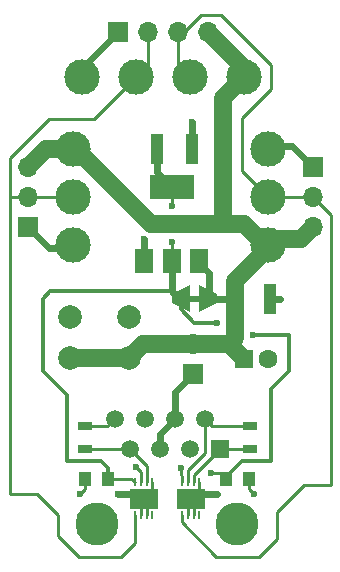
<source format=gbr>
G04 #@! TF.FileFunction,Copper,L1,Top,Signal*
%FSLAX46Y46*%
G04 Gerber Fmt 4.6, Leading zero omitted, Abs format (unit mm)*
G04 Created by KiCad (PCBNEW 4.0.6-e0-6349~53~ubuntu16.04.1) date Tue Apr 25 15:56:05 2017*
%MOMM*%
%LPD*%
G01*
G04 APERTURE LIST*
%ADD10C,0.100000*%
%ADD11C,3.000000*%
%ADD12R,1.600000X1.600000*%
%ADD13C,1.600000*%
%ADD14R,1.000000X2.500000*%
%ADD15R,1.000000X1.250000*%
%ADD16R,1.700000X1.700000*%
%ADD17O,1.700000X1.700000*%
%ADD18C,3.650000*%
%ADD19R,1.500000X1.500000*%
%ADD20C,1.500000*%
%ADD21R,1.524000X0.508000*%
%ADD22R,1.300000X0.700000*%
%ADD23R,3.800000X2.000000*%
%ADD24R,1.500000X2.000000*%
%ADD25R,0.250000X0.700000*%
%ADD26R,1.190000X0.830000*%
%ADD27C,2.000000*%
%ADD28C,0.600000*%
%ADD29C,1.500000*%
%ADD30C,0.600000*%
%ADD31C,0.250000*%
%ADD32C,0.300000*%
G04 APERTURE END LIST*
D10*
D11*
X162306000Y-72644000D03*
X166878000Y-72644000D03*
X171450000Y-72644000D03*
X176022000Y-72644000D03*
X161544000Y-86868000D03*
X161544000Y-82804000D03*
X161544000Y-78740000D03*
X178054000Y-78740000D03*
X178054000Y-82804000D03*
X178054000Y-86868000D03*
D12*
X176054000Y-96520000D03*
D13*
X178054000Y-96520000D03*
D14*
X175284000Y-91440000D03*
X178284000Y-91440000D03*
X168680000Y-78740000D03*
X171680000Y-78740000D03*
D15*
X176514000Y-106680000D03*
X174514000Y-106680000D03*
X162560000Y-106680000D03*
X164560000Y-106680000D03*
D16*
X181864000Y-80264000D03*
D17*
X181864000Y-82804000D03*
X181864000Y-85344000D03*
D16*
X165354000Y-68834000D03*
D17*
X167894000Y-68834000D03*
X170434000Y-68834000D03*
X172974000Y-68834000D03*
D16*
X157734000Y-85344000D03*
D17*
X157734000Y-82804000D03*
X157734000Y-80264000D03*
D18*
X163610000Y-110490000D03*
X175480000Y-110490000D03*
D19*
X173990000Y-104140000D03*
D20*
X172720000Y-101600000D03*
X171450000Y-104140000D03*
X170180000Y-101600000D03*
X168910000Y-104140000D03*
X167640000Y-101600000D03*
X166370000Y-104140000D03*
X165100000Y-101600000D03*
D16*
X171704000Y-97790000D03*
D17*
X171704000Y-95250000D03*
D10*
G36*
X171450000Y-90297000D02*
X171450000Y-92583000D01*
X169926000Y-91821000D01*
X169926000Y-91059000D01*
X171450000Y-90297000D01*
X171450000Y-90297000D01*
G37*
G36*
X172212000Y-92583000D02*
X172212000Y-90297000D01*
X173736000Y-91059000D01*
X173736000Y-91821000D01*
X172212000Y-92583000D01*
X172212000Y-92583000D01*
G37*
D21*
X171831000Y-91440000D03*
D22*
X176530000Y-102240000D03*
X176530000Y-104140000D03*
X162560000Y-102240000D03*
X162560000Y-104140000D03*
D23*
X169926000Y-81940000D03*
D24*
X169926000Y-88240000D03*
X172226000Y-88240000D03*
X167626000Y-88240000D03*
D25*
X170787000Y-109765000D03*
X171287000Y-109765000D03*
X171787000Y-109765000D03*
X172287000Y-109765000D03*
X172287000Y-106965000D03*
X171787000Y-106965000D03*
X171287000Y-106965000D03*
X170787000Y-106965000D03*
D26*
X172132000Y-107950000D03*
X170942000Y-107950000D03*
X172132000Y-108780000D03*
X170942000Y-108780000D03*
D25*
X166803000Y-109765000D03*
X167303000Y-109765000D03*
X167803000Y-109765000D03*
X168303000Y-109765000D03*
X168303000Y-106965000D03*
X167803000Y-106965000D03*
X167303000Y-106965000D03*
X166803000Y-106965000D03*
D26*
X168148000Y-107950000D03*
X166958000Y-107950000D03*
X168148000Y-108780000D03*
X166958000Y-108780000D03*
D27*
X161290000Y-96464000D03*
X161290000Y-92964000D03*
X166290000Y-96464000D03*
X166290000Y-92964000D03*
D28*
X179070000Y-91440000D03*
X171680000Y-76430000D03*
X167626000Y-86374000D03*
X176909000Y-107950000D03*
X162165000Y-107950000D03*
X165354000Y-107950000D03*
X173736000Y-107950000D03*
X169926000Y-86614000D03*
X169926000Y-83566000D03*
X173736000Y-93472000D03*
X176784000Y-94488000D03*
X173228000Y-106172000D03*
X170682406Y-105735596D03*
X166878000Y-105664000D03*
D29*
X178054000Y-86360000D02*
X180848000Y-86360000D01*
X180848000Y-86360000D02*
X181864000Y-85344000D01*
X168148000Y-85090000D02*
X173990000Y-85090000D01*
X173990000Y-85090000D02*
X176022000Y-85090000D01*
X176022000Y-72644000D02*
X174272001Y-74393999D01*
X174272001Y-74393999D02*
X174272001Y-84807999D01*
X174272001Y-84807999D02*
X173990000Y-85090000D01*
X176022000Y-85090000D02*
X178054000Y-87122000D01*
X161544000Y-78486000D02*
X168148000Y-85090000D01*
X159258000Y-78740000D02*
X161290000Y-78740000D01*
X161290000Y-78740000D02*
X161544000Y-78486000D01*
X157734000Y-80264000D02*
X159258000Y-78740000D01*
X176022000Y-72644000D02*
X176022000Y-71882000D01*
X176022000Y-71882000D02*
X172974000Y-68834000D01*
X175284000Y-91440000D02*
X175284000Y-89892000D01*
X175284000Y-89892000D02*
X178054000Y-87122000D01*
X175284000Y-91440000D02*
X175284000Y-94750000D01*
X175284000Y-94750000D02*
X174784000Y-95250000D01*
X171704000Y-95250000D02*
X174784000Y-95250000D01*
X174784000Y-95250000D02*
X176054000Y-96520000D01*
X166290000Y-96464000D02*
X167504000Y-95250000D01*
X167504000Y-95250000D02*
X171704000Y-95250000D01*
X161290000Y-96464000D02*
X166290000Y-96464000D01*
D30*
X172226000Y-88240000D02*
X172226000Y-88406000D01*
X173093001Y-89273001D02*
X173093001Y-91440000D01*
X172226000Y-88406000D02*
X173093001Y-89273001D01*
X173093001Y-91440000D02*
X175284000Y-91440000D01*
X178284000Y-91440000D02*
X179070000Y-91440000D01*
X171680000Y-78740000D02*
X171680000Y-76430000D01*
X167626000Y-88240000D02*
X167626000Y-86374000D01*
D31*
X176514000Y-106680000D02*
X176514000Y-107555000D01*
X176514000Y-107555000D02*
X176909000Y-107950000D01*
X162560000Y-106680000D02*
X162560000Y-107555000D01*
X162560000Y-107555000D02*
X162165000Y-107950000D01*
X166958000Y-108780000D02*
X168148000Y-108780000D01*
X167303000Y-109765000D02*
X167303000Y-109125000D01*
X167303000Y-109125000D02*
X166958000Y-108780000D01*
X167803000Y-109765000D02*
X167803000Y-109125000D01*
X167803000Y-109125000D02*
X168148000Y-108780000D01*
D30*
X166958000Y-107950000D02*
X165354000Y-107950000D01*
X172132000Y-107950000D02*
X173736000Y-107950000D01*
D31*
X172132000Y-108780000D02*
X170942000Y-108780000D01*
X172132000Y-108780000D02*
X172132000Y-107950000D01*
X170942000Y-107950000D02*
X170942000Y-108780000D01*
X171787000Y-109765000D02*
X171787000Y-109125000D01*
X171787000Y-109125000D02*
X172132000Y-108780000D01*
X170942000Y-108780000D02*
X171287000Y-109125000D01*
X171287000Y-109125000D02*
X171287000Y-109765000D01*
X172132000Y-107950000D02*
X172287000Y-107795000D01*
X172287000Y-107795000D02*
X172287000Y-106965000D01*
X168148000Y-107950000D02*
X168303000Y-107795000D01*
X168303000Y-107795000D02*
X168303000Y-106965000D01*
X168148000Y-107950000D02*
X168148000Y-108780000D01*
X166958000Y-107950000D02*
X166958000Y-108780000D01*
D30*
X162306000Y-72644000D02*
X162306000Y-71882000D01*
X162306000Y-71882000D02*
X165354000Y-68834000D01*
X161544000Y-87122000D02*
X159512000Y-87122000D01*
X159512000Y-87122000D02*
X157734000Y-85344000D01*
X178054000Y-78486000D02*
X180086000Y-78486000D01*
X180086000Y-78486000D02*
X181864000Y-80264000D01*
D31*
X169926000Y-86614000D02*
X169926000Y-88240000D01*
X169926000Y-83190000D02*
X169926000Y-83566000D01*
X169926000Y-81940000D02*
X169926000Y-83190000D01*
D32*
X173736000Y-93472000D02*
X171858000Y-93472000D01*
X171858000Y-93472000D02*
X170688000Y-92302000D01*
X170688000Y-92302000D02*
X170688000Y-91440000D01*
X179832000Y-94488000D02*
X176784000Y-94488000D01*
X179832000Y-97536000D02*
X179832000Y-94488000D01*
X178308000Y-99060000D02*
X179832000Y-97536000D01*
X178308000Y-105156000D02*
X178308000Y-99060000D01*
X175913000Y-105156000D02*
X178308000Y-105156000D01*
X174514000Y-106680000D02*
X174514000Y-106555000D01*
X174514000Y-106555000D02*
X175913000Y-105156000D01*
X164560000Y-106680000D02*
X164560000Y-105755000D01*
X164560000Y-105755000D02*
X163961000Y-105156000D01*
X159004000Y-97536000D02*
X159004000Y-91440000D01*
X163961000Y-105156000D02*
X161036000Y-105156000D01*
X161036000Y-105156000D02*
X161036000Y-99568000D01*
X161036000Y-99568000D02*
X159004000Y-97536000D01*
X159004000Y-91440000D02*
X159646999Y-90797001D01*
X159646999Y-90797001D02*
X169926000Y-90797001D01*
D31*
X173228000Y-106172000D02*
X174006000Y-106172000D01*
X174006000Y-106172000D02*
X174514000Y-106680000D01*
X170787000Y-106965000D02*
X170682406Y-105735596D01*
X170787000Y-105763000D02*
X170759596Y-105735596D01*
X170759596Y-105735596D02*
X170682406Y-105735596D01*
D30*
X168680000Y-78740000D02*
X168680000Y-80694000D01*
X168680000Y-80694000D02*
X169926000Y-81940000D01*
X169926000Y-88240000D02*
X169926000Y-90797001D01*
X169926000Y-90797001D02*
X170568999Y-91440000D01*
D31*
X164560000Y-106680000D02*
X166518000Y-106680000D01*
X166518000Y-106680000D02*
X166803000Y-106965000D01*
X177292000Y-113284000D02*
X178816000Y-111760000D01*
X170787000Y-109765000D02*
X170787000Y-110365000D01*
X173706000Y-113284000D02*
X170787000Y-110365000D01*
X177292000Y-113284000D02*
X173706000Y-113284000D01*
X183388000Y-84328000D02*
X183388000Y-107188000D01*
X183388000Y-84328000D02*
X181864000Y-82804000D01*
X181102000Y-107188000D02*
X183388000Y-107188000D01*
X178816000Y-109474000D02*
X181102000Y-107188000D01*
X178816000Y-111760000D02*
X178816000Y-109474000D01*
X170434000Y-68834000D02*
X170434000Y-71628000D01*
X170434000Y-71628000D02*
X171450000Y-72644000D01*
X170434000Y-68834000D02*
X170980998Y-68834000D01*
X170980998Y-68834000D02*
X171798999Y-68015999D01*
X176304001Y-81054001D02*
X178054000Y-82804000D01*
X178351001Y-73640001D02*
X175855011Y-76135991D01*
X174108001Y-67404999D02*
X178351001Y-71647999D01*
X175855011Y-80605011D02*
X176304001Y-81054001D01*
X172409999Y-67404999D02*
X174108001Y-67404999D01*
X171798999Y-68015999D02*
X172409999Y-67404999D01*
X175855011Y-76135991D02*
X175855011Y-80605011D01*
X178351001Y-71647999D02*
X178351001Y-73640001D01*
X178054000Y-82804000D02*
X181864000Y-82804000D01*
X171450000Y-72644000D02*
X171798999Y-72992999D01*
X162052000Y-113284000D02*
X165608000Y-113284000D01*
X160274000Y-111506000D02*
X162052000Y-113284000D01*
X160274000Y-109728000D02*
X160274000Y-111506000D01*
X156210000Y-107950000D02*
X158496000Y-107950000D01*
X166803000Y-109765000D02*
X166803000Y-110365000D01*
X166803000Y-112089000D02*
X166803000Y-110365000D01*
X165608000Y-113284000D02*
X166803000Y-112089000D01*
X156210000Y-107950000D02*
X156210000Y-82804000D01*
X158496000Y-107950000D02*
X160274000Y-109728000D01*
X156210000Y-82804000D02*
X156210000Y-82550000D01*
X156464000Y-82804000D02*
X156210000Y-82804000D01*
X157734000Y-82804000D02*
X161544000Y-82804000D01*
X167894000Y-68834000D02*
X167894000Y-71628000D01*
X167894000Y-71628000D02*
X166878000Y-72644000D01*
X156464000Y-82804000D02*
X157734000Y-82804000D01*
X156210000Y-79540998D02*
X156210000Y-82550000D01*
X166878000Y-72644000D02*
X163322000Y-76200000D01*
X163322000Y-76200000D02*
X159550998Y-76200000D01*
X159550998Y-76200000D02*
X156210000Y-79540998D01*
X171787000Y-106965000D02*
X171787000Y-106365000D01*
X171787000Y-106365000D02*
X173990000Y-104162000D01*
X173990000Y-104162000D02*
X173990000Y-104140000D01*
X173482000Y-104140000D02*
X173990000Y-104140000D01*
X173990000Y-104140000D02*
X176530000Y-104140000D01*
X171287000Y-106965000D02*
X171287000Y-105894002D01*
X171287000Y-105894002D02*
X172720000Y-104461002D01*
X172720000Y-104461002D02*
X172720000Y-102660660D01*
X172720000Y-102660660D02*
X172720000Y-101600000D01*
X176530000Y-102240000D02*
X173360000Y-102240000D01*
X173360000Y-102240000D02*
X172720000Y-101600000D01*
D30*
X170180000Y-101600000D02*
X170180000Y-99314000D01*
X170180000Y-99314000D02*
X171704000Y-97790000D01*
X168910000Y-104140000D02*
X168910000Y-102870000D01*
X168910000Y-102870000D02*
X170180000Y-101600000D01*
D31*
X167803000Y-106965000D02*
X167803000Y-105573000D01*
X167803000Y-105573000D02*
X166370000Y-104140000D01*
X166624000Y-104140000D02*
X166370000Y-104140000D01*
X162560000Y-104140000D02*
X166370000Y-104140000D01*
X167303000Y-106089000D02*
X166878000Y-105664000D01*
X167303000Y-106965000D02*
X167303000Y-106089000D01*
X162560000Y-102240000D02*
X164460000Y-102240000D01*
X164460000Y-102240000D02*
X165100000Y-101600000D01*
M02*

</source>
